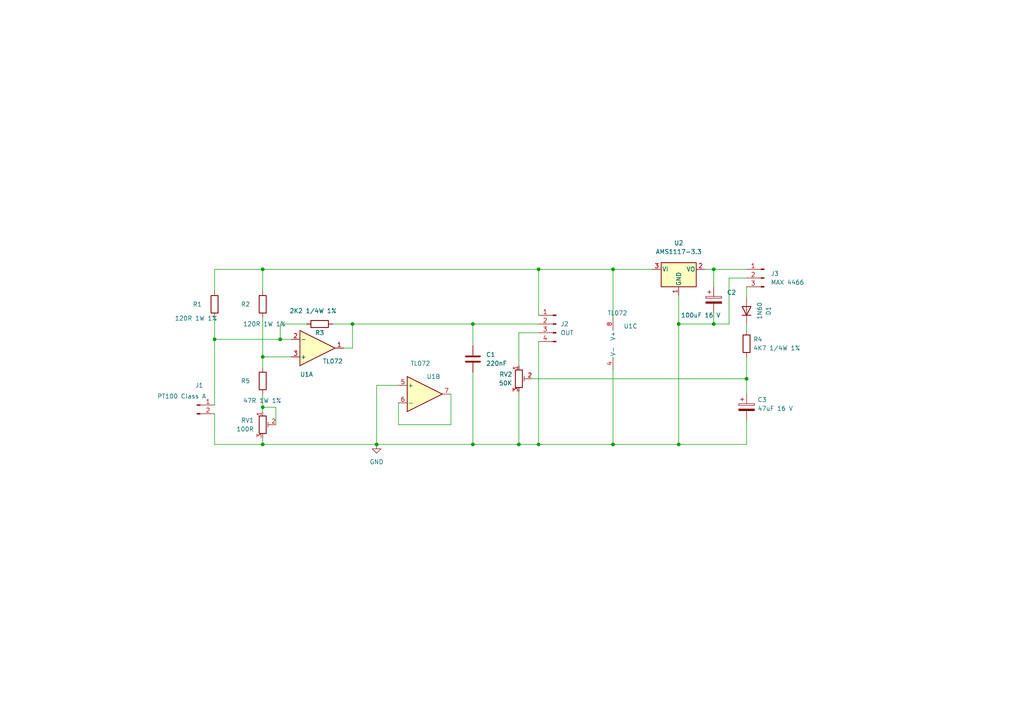
<source format=kicad_sch>
(kicad_sch (version 20231120) (generator "eeschema") (generator_version "8.0")
  (paper "A4")
  (lib_symbols
    (symbol "Amplifier_Operational:TL072" (pin_names (offset 0.127))
      (property "Reference" "U" (at 0 5.08 0))
      (property "Value" "TL072" (at 0 -5.08 0))
      (symbol "TL072_1_1"
        (polyline (pts (xy -5.08 5.08) (xy 5.08 0) (xy -5.08 -5.08) (xy -5.08 5.08)) (stroke (width 0.254)) (fill (type background)))
        (pin output line (at 7.62 0 180) (length 2.54) (name "~") (number "1"))
        (pin input line (at -7.62 -2.54 0) (length 2.54) (name "-") (number "2"))
        (pin input line (at -7.62 2.54 0) (length 2.54) (name "+") (number "3"))
      )
      (symbol "TL072_2_1"
        (polyline (pts (xy -5.08 5.08) (xy 5.08 0) (xy -5.08 -5.08) (xy -5.08 5.08)) (stroke (width 0.254)) (fill (type background)))
        (pin input line (at -7.62 2.54 0) (length 2.54) (name "+") (number "5"))
        (pin input line (at -7.62 -2.54 0) (length 2.54) (name "-") (number "6"))
        (pin output line (at 7.62 0 180) (length 2.54) (name "~") (number "7"))
      )
      (symbol "TL072_3_1"
        (pin power_in line (at -2.54 -7.62 90) (length 3.81) (name "V-") (number "4"))
        (pin power_in line (at -2.54 7.62 270) (length 3.81) (name "V+") (number "8"))
      )
    )
    (symbol "Connector:Conn_01x02_Male" (pin_names (offset 1.016) hide)
      (property "Reference" "J" (at 0 2.54 0))
      (property "Value" "Conn_01x02_Male" (at 0 -5.08 0))
      (symbol "Conn_01x02_Male_1_1"
        (polyline (pts (xy 1.27 -2.54) (xy 0.8636 -2.54)) (stroke (width 0.1524)))
        (polyline (pts (xy 1.27 0) (xy 0.8636 0)) (stroke (width 0.1524)))
        (rectangle (start 0.8636 -2.413) (end 0 -2.667) (stroke (width 0.1524)) (fill (type outline)))
        (rectangle (start 0.8636 0.127) (end 0 -0.127) (stroke (width 0.1524)) (fill (type outline)))
        (pin passive line (at 5.08 0 180) (length 3.81) (name "Pin_1") (number "1"))
        (pin passive line (at 5.08 -2.54 180) (length 3.81) (name "Pin_2") (number "2"))
      )
    )
    (symbol "Connector:Conn_01x03_Male" (pin_names (offset 1.016) hide)
      (property "Reference" "J" (at 0 5.08 0))
      (property "Value" "Conn_01x03_Male" (at 0 -5.08 0))
      (symbol "Conn_01x03_Male_1_1"
        (polyline (pts (xy 1.27 -2.54) (xy 0.8636 -2.54)) (stroke (width 0.1524)))
        (polyline (pts (xy 1.27 0) (xy 0.8636 0)) (stroke (width 0.1524)))
        (polyline (pts (xy 1.27 2.54) (xy 0.8636 2.54)) (stroke (width 0.1524)))
        (rectangle (start 0.8636 -2.413) (end 0 -2.667) (stroke (width 0.1524)) (fill (type outline)))
        (rectangle (start 0.8636 0.127) (end 0 -0.127) (stroke (width 0.1524)) (fill (type outline)))
        (rectangle (start 0.8636 2.667) (end 0 2.413) (stroke (width 0.1524)) (fill (type outline)))
        (pin passive line (at 5.08 2.54 180) (length 3.81) (name "Pin_1") (number "1"))
        (pin passive line (at 5.08 0 180) (length 3.81) (name "Pin_2") (number "2"))
        (pin passive line (at 5.08 -2.54 180) (length 3.81) (name "Pin_3") (number "3"))
      )
    )
    (symbol "Connector:Conn_01x04_Male" (pin_names (offset 1.016) hide)
      (property "Reference" "J" (at 0 5.08 0))
      (property "Value" "Conn_01x04_Male" (at 0 -7.62 0))
      (symbol "Conn_01x04_Male_1_1"
        (polyline (pts (xy 1.27 -5.08) (xy 0.8636 -5.08)) (stroke (width 0.1524)))
        (polyline (pts (xy 1.27 -2.54) (xy 0.8636 -2.54)) (stroke (width 0.1524)))
        (polyline (pts (xy 1.27 0) (xy 0.8636 0)) (stroke (width 0.1524)))
        (polyline (pts (xy 1.27 2.54) (xy 0.8636 2.54)) (stroke (width 0.1524)))
        (rectangle (start 0.8636 -4.953) (end 0 -5.207) (stroke (width 0.1524)) (fill (type outline)))
        (rectangle (start 0.8636 -2.413) (end 0 -2.667) (stroke (width 0.1524)) (fill (type outline)))
        (rectangle (start 0.8636 0.127) (end 0 -0.127) (stroke (width 0.1524)) (fill (type outline)))
        (rectangle (start 0.8636 2.667) (end 0 2.413) (stroke (width 0.1524)) (fill (type outline)))
        (pin passive line (at 5.08 2.54 180) (length 3.81) (name "Pin_1") (number "1"))
        (pin passive line (at 5.08 0 180) (length 3.81) (name "Pin_2") (number "2"))
        (pin passive line (at 5.08 -2.54 180) (length 3.81) (name "Pin_3") (number "3"))
        (pin passive line (at 5.08 -5.08 180) (length 3.81) (name "Pin_4") (number "4"))
      )
    )
    (symbol "Device:C" (pin_numbers hide) (pin_names (offset 0.254))
      (property "Reference" "C" (at 0.635 2.54 0))
      (property "Value" "C" (at 0.635 -2.54 0))
      (symbol "C_0_1"
        (polyline (pts (xy -2.032 -0.762) (xy 2.032 -0.762)) (stroke (width 0.508)))
        (polyline (pts (xy -2.032 0.762) (xy 2.032 0.762)) (stroke (width 0.508)))
      )
      (symbol "C_1_1"
        (pin passive line (at 0 3.81 270) (length 2.794) (name "~") (number "1"))
        (pin passive line (at 0 -3.81 90) (length 2.794) (name "~") (number "2"))
      )
    )
    (symbol "Device:C_Polarized" (pin_numbers hide) (pin_names (offset 0.254))
      (property "Reference" "C" (at 0.635 2.54 0))
      (property "Value" "C_Polarized" (at 0.635 -2.54 0))
      (symbol "C_Polarized_0_1"
        (rectangle (start -2.286 0.508) (end 2.286 1.016))
        (polyline (pts (xy -1.778 2.286) (xy -0.762 2.286)))
        (polyline (pts (xy -1.27 2.794) (xy -1.27 1.778)))
        (rectangle (start 2.286 -0.508) (end -2.286 -1.016) (fill (type outline)))
      )
      (symbol "C_Polarized_1_1"
        (pin passive line (at 0 3.81 270) (length 2.794) (name "~") (number "1"))
        (pin passive line (at 0 -3.81 90) (length 2.794) (name "~") (number "2"))
      )
    )
    (symbol "Device:R" (pin_numbers hide) (pin_names (offset 0))
      (property "Reference" "R" (at 2.032 0 90))
      (property "Value" "R" (at 0 0 90))
      (symbol "R_0_1"
        (rectangle (start -1.016 -2.54) (end 1.016 2.54) (stroke (width 0.254)))
      )
      (symbol "R_1_1"
        (pin passive line (at 0 3.81 270) (length 1.27) (name "~") (number "1"))
        (pin passive line (at 0 -3.81 90) (length 1.27) (name "~") (number "2"))
      )
    )
    (symbol "Device:R_Potentiometer_Trim" (pin_names (offset 1.016) hide)
      (property "Reference" "RV" (at -4.445 0 90))
      (property "Value" "R_Potentiometer_Trim" (at -2.54 0 90))
      (symbol "R_Potentiometer_Trim_0_1"
        (polyline (pts (xy 1.524 0.762) (xy 1.524 -0.762)))
        (polyline (pts (xy 2.54 0) (xy 1.524 0)))
        (rectangle (start 1.016 2.54) (end -1.016 -2.54) (stroke (width 0.254)))
      )
      (symbol "R_Potentiometer_Trim_1_1"
        (pin passive line (at 0 3.81 270) (length 1.27) (name "1") (number "1"))
        (pin passive line (at 3.81 0 180) (length 1.27) (name "2") (number "2"))
        (pin passive line (at 0 -3.81 90) (length 1.27) (name "3") (number "3"))
      )
    )
    (symbol "Diode:1N4148" (pin_numbers hide) (pin_names hide)
      (property "Reference" "D" (at 0 2.54 0))
      (property "Value" "1N4148" (at 0 -2.54 0))
      (symbol "1N4148_0_1"
        (polyline (pts (xy -1.27 1.27) (xy -1.27 -1.27)) (stroke (width 0.254)))
        (polyline (pts (xy 1.27 0) (xy -1.27 0)))
        (polyline (pts (xy 1.27 1.27) (xy 1.27 -1.27) (xy -1.27 0) (xy 1.27 1.27)) (stroke (width 0.254)))
      )
      (symbol "1N4148_1_1"
        (pin passive line (at -3.81 0 0) (length 2.54) (name "K") (number "1"))
        (pin passive line (at 3.81 0 180) (length 2.54) (name "A") (number "2"))
      )
    )
    (symbol "Regulator_Linear:AMS1117-3.3" (pin_names (offset 0.254))
      (property "Reference" "U" (at -3.81 3.175 0))
      (property "Value" "AMS1117-3.3" (at 0 3.175 0))
      (symbol "AMS1117-3.3_0_1"
        (rectangle (start -5.08 -5.08) (end 5.08 1.905) (stroke (width 0.254)) (fill (type background)))
      )
      (symbol "AMS1117-3.3_1_1"
        (pin power_in line (at 0 -7.62 90) (length 2.54) (name "GND") (number "1"))
        (pin power_out line (at 7.62 0 180) (length 2.54) (name "VO") (number "2"))
        (pin power_in line (at -7.62 0 0) (length 2.54) (name "VI") (number "3"))
      )
    )
    (symbol "power:GND" (power) (pin_names (offset 0))
      (property "Value" "GND" (at 0 -3.81 0))
      (symbol "GND_0_1"
        (polyline (pts (xy 0 0) (xy 0 -1.27) (xy 1.27 -1.27) (xy 0 -2.54) (xy -1.27 -1.27) (xy 0 -1.27)))
      )
      (symbol "GND_1_1"
        (pin power_in line (at 0 0 270) (length 0) hide (name "GND") (number "1"))
      )
    )
  )
  (junction (at 62.23 98.425))
  (junction (at 196.85 93.98))
  (junction (at 76.2 103.505))
  (junction (at 177.8 78.105))
  (junction (at 76.2 78.105))
  (junction (at 137.16 93.98))
  (junction (at 137.16 128.905))
  (junction (at 156.21 128.905))
  (junction (at 76.2 128.905))
  (junction (at 109.22 128.905))
  (junction (at 207.01 78.105))
  (junction (at 150.495 128.905))
  (junction (at 216.535 109.855))
  (junction (at 196.85 128.905))
  (junction (at 177.8 128.905))
  (junction (at 156.21 78.105))
  (junction (at 102.235 93.98))
  (junction (at 81.28 98.425))
  (junction (at 207.01 93.98))
  (junction (at 76.2 118.11))
  (wire (pts (xy 207.01 78.105) (xy 207.01 83.185)))
  (wire (pts (xy 62.23 78.105) (xy 62.23 84.455)))
  (wire (pts (xy 62.23 98.425) (xy 81.28 98.425)))
  (wire (pts (xy 76.2 78.105) (xy 156.21 78.105)))
  (wire (pts (xy 150.495 96.52) (xy 156.21 96.52)))
  (wire (pts (xy 150.495 113.665) (xy 150.495 128.905)))
  (wire (pts (xy 76.2 118.11) (xy 80.01 118.11)))
  (wire (pts (xy 109.22 111.76) (xy 109.22 128.905)))
  (wire (pts (xy 196.85 85.725) (xy 196.85 93.98)))
  (wire (pts (xy 177.8 128.905) (xy 156.21 128.905)))
  (wire (pts (xy 177.8 92.075) (xy 177.8 78.105)))
  (wire (pts (xy 76.2 127) (xy 76.2 128.905)))
  (wire (pts (xy 189.23 78.105) (xy 177.8 78.105)))
  (wire (pts (xy 76.2 103.505) (xy 76.2 106.68)))
  (wire (pts (xy 216.535 80.645) (xy 211.455 80.645)))
  (wire (pts (xy 150.495 106.045) (xy 150.495 96.52)))
  (wire (pts (xy 216.535 128.905) (xy 196.85 128.905)))
  (wire (pts (xy 207.01 93.98) (xy 196.85 93.98)))
  (wire (pts (xy 80.01 118.11) (xy 80.01 123.19)))
  (wire (pts (xy 81.28 93.98) (xy 81.28 98.425)))
  (wire (pts (xy 150.495 128.905) (xy 156.21 128.905)))
  (wire (pts (xy 137.16 100.33) (xy 137.16 93.98)))
  (wire (pts (xy 88.9 93.98) (xy 81.28 93.98)))
  (wire (pts (xy 102.235 93.98) (xy 137.16 93.98)))
  (wire (pts (xy 216.535 93.98) (xy 216.535 95.885)))
  (wire (pts (xy 137.16 93.98) (xy 156.21 93.98)))
  (wire (pts (xy 102.235 100.965) (xy 99.695 100.965)))
  (wire (pts (xy 76.2 103.505) (xy 84.455 103.505)))
  (wire (pts (xy 204.47 78.105) (xy 207.01 78.105)))
  (wire (pts (xy 62.23 128.905) (xy 76.2 128.905)))
  (wire (pts (xy 216.535 121.92) (xy 216.535 128.905)))
  (wire (pts (xy 102.235 93.98) (xy 102.235 100.965)))
  (wire (pts (xy 207.01 78.105) (xy 216.535 78.105)))
  (wire (pts (xy 216.535 83.185) (xy 216.535 86.36)))
  (wire (pts (xy 76.2 92.075) (xy 76.2 103.505)))
  (wire (pts (xy 115.57 116.84) (xy 115.57 123.19)))
  (wire (pts (xy 62.23 98.425) (xy 62.23 117.475)))
  (wire (pts (xy 211.455 93.98) (xy 207.01 93.98)))
  (wire (pts (xy 156.21 78.105) (xy 156.21 91.44)))
  (wire (pts (xy 76.2 78.105) (xy 76.2 84.455)))
  (wire (pts (xy 177.8 78.105) (xy 156.21 78.105)))
  (wire (pts (xy 109.22 128.905) (xy 137.16 128.905)))
  (wire (pts (xy 76.2 114.3) (xy 76.2 118.11)))
  (wire (pts (xy 109.22 111.76) (xy 115.57 111.76)))
  (wire (pts (xy 62.23 78.105) (xy 76.2 78.105)))
  (wire (pts (xy 177.8 107.315) (xy 177.8 128.905)))
  (wire (pts (xy 196.85 128.905) (xy 177.8 128.905)))
  (wire (pts (xy 207.01 90.805) (xy 207.01 93.98)))
  (wire (pts (xy 137.16 107.95) (xy 137.16 128.905)))
  (wire (pts (xy 96.52 93.98) (xy 102.235 93.98)))
  (wire (pts (xy 76.2 128.905) (xy 109.22 128.905)))
  (wire (pts (xy 211.455 80.645) (xy 211.455 93.98)))
  (wire (pts (xy 137.16 128.905) (xy 150.495 128.905)))
  (wire (pts (xy 156.21 99.06) (xy 156.21 128.905)))
  (wire (pts (xy 76.2 118.11) (xy 76.2 119.38)))
  (wire (pts (xy 216.535 109.855) (xy 216.535 114.3)))
  (wire (pts (xy 115.57 123.19) (xy 130.81 123.19)))
  (wire (pts (xy 81.28 98.425) (xy 84.455 98.425)))
  (wire (pts (xy 196.85 93.98) (xy 196.85 128.905)))
  (wire (pts (xy 62.23 120.015) (xy 62.23 128.905)))
  (wire (pts (xy 216.535 109.855) (xy 154.305 109.855)))
  (wire (pts (xy 216.535 103.505) (xy 216.535 109.855)))
  (wire (pts (xy 62.23 92.075) (xy 62.23 98.425)))
  (wire (pts (xy 130.81 123.19) (xy 130.81 114.3)))
  (symbol (lib_id "power:GND") (at 109.22 128.905 0) (unit 1)
    (property "Reference" "#PWR01" (effects (hide yes)))
    (property "Value" "GND" (at 109.22 133.985 0))
  )
  (symbol (lib_id "Amplifier_Operational:TL072") (at 123.19 114.3 0) (unit 2)
    (property "Reference" "U1" (at 125.73 109.22 0))
    (property "Value" "TL072" (at 121.92 105.41 0))
    (property "Footprint" "Package_DIP:DIP-8_W7.62mm_LongPads" (effects (hide yes)))
    (property "Datasheet" "http://www.ti.com/lit/ds/symlink/tl071.pdf" (effects (hide yes)))
  )
  (symbol (lib_id "Device:R_Potentiometer_Trim") (at 76.2 123.19 0) (unit 1)
    (property "Reference" "RV1" (at 73.66 121.9199 0) (effects (justify right)))
    (property "Value" "100R" (at 73.66 124.4599 0) (effects (justify right)))
    (property "Footprint" "Connector_PinHeader_2.54mm:PinHeader_1x03_P2.54mm_Vertical" (effects (hide yes)))
  )
  (symbol (lib_id "Connector:Conn_01x03_Male") (at 221.615 80.645 0) (mirror y) (unit 1)
    (property "Reference" "J3" (at 223.52 79.3749 0) (effects (justify right)))
    (property "Value" "MAX 4466" (at 223.52 81.9149 0) (effects (justify right)))
    (property "Footprint" "Connector_PinSocket_2.54mm:PinSocket_1x03_P2.54mm_Vertical" (effects (hide yes)))
  )
  (symbol (lib_id "Device:C_Polarized") (at 207.01 86.995 0) (unit 1)
    (property "Reference" "C2" (at 210.82 84.8359 0) (effects (justify left)))
    (property "Value" "100uF 16 V" (at 197.485 91.44 0) (effects (justify left)))
    (property "Footprint" "Capacitor_THT:CP_Radial_D5.0mm_P2.50mm" (effects (hide yes)))
  )
  (symbol (lib_id "Amplifier_Operational:TL072") (at 92.075 100.965 0) (mirror x) (unit 1)
    (property "Reference" "U1" (at 88.9 108.585 0))
    (property "Value" "TL072" (at 96.52 104.775 0))
    (property "Footprint" "Package_DIP:DIP-8_W7.62mm_LongPads" (effects (hide yes)))
    (property "Datasheet" "http://www.ti.com/lit/ds/symlink/tl071.pdf" (effects (hide yes)))
  )
  (symbol (lib_id "Device:R") (at 62.23 88.265 0) (unit 1)
    (property "Reference" "R1" (at 55.88 88.265 0) (effects (justify left)))
    (property "Value" "120R 1W 1%" (at 50.673 92.329 0) (effects (justify left)))
    (property "Footprint" "Resistor_THT:R_Axial_DIN0309_L9.0mm_D3.2mm_P12.70mm_Horizontal" (effects (hide yes)))
  )
  (symbol (lib_id "Amplifier_Operational:TL072") (at 180.34 99.695 0) (unit 3)
    (property "Reference" "U1" (at 182.88 94.615 0))
    (property "Value" "TL072" (at 179.07 90.805 0))
    (property "Footprint" "Package_DIP:DIP-8_W7.62mm_LongPads" (effects (hide yes)))
    (property "Datasheet" "http://www.ti.com/lit/ds/symlink/tl071.pdf" (effects (hide yes)))
  )
  (symbol (lib_id "Regulator_Linear:AMS1117-3.3") (at 196.85 78.105 0) (unit 1)
    (property "Reference" "U2" (at 196.85 70.485 0))
    (property "Value" "AMS1117-3.3" (at 196.85 73.025 0))
    (property "Footprint" "Package_TO_SOT_SMD:SOT-223-3_TabPin2" (effects (hide yes)))
    (property "Datasheet" "http://www.advanced-monolithic.com/pdf/ds1117.pdf" (effects (hide yes)))
  )
  (symbol (lib_id "Device:R") (at 76.2 110.49 0) (unit 1)
    (property "Reference" "R5" (at 69.85 110.49 0) (effects (justify left)))
    (property "Value" "47R 1W 1%" (at 70.485 116.205 0) (effects (justify left)))
    (property "Footprint" "Resistor_THT:R_Axial_DIN0309_L9.0mm_D3.2mm_P12.70mm_Horizontal" (effects (hide yes)))
  )
  (symbol (lib_id "Device:C_Polarized") (at 216.535 118.11 0) (unit 1)
    (property "Reference" "C3" (at 219.71 115.9509 0) (effects (justify left)))
    (property "Value" "47uF 16 V" (at 219.71 118.4909 0) (effects (justify left)))
    (property "Footprint" "Capacitor_THT:CP_Radial_D5.0mm_P2.50mm" (effects (hide yes)))
  )
  (symbol (lib_id "Connector:Conn_01x04_Male") (at 161.29 93.98 0) (mirror y) (unit 1)
    (property "Reference" "J2" (at 162.56 93.9799 0) (effects (justify right)))
    (property "Value" "OUT" (at 162.56 96.5199 0) (effects (justify right)))
    (property "Footprint" "Connector_PinHeader_2.54mm:PinHeader_1x04_P2.54mm_Vertical" (effects (hide yes)))
  )
  (symbol (lib_id "Device:R") (at 216.535 99.695 0) (unit 1)
    (property "Reference" "R4" (at 218.44 98.4249 0) (effects (justify left)))
    (property "Value" "4K7 1/4W 1%" (at 218.44 100.9649 0) (effects (justify left)))
    (property "Footprint" "Resistor_THT:R_Axial_DIN0207_L6.3mm_D2.5mm_P10.16mm_HorBigPad" (effects (hide yes)))
  )
  (symbol (lib_id "Diode:1N4148") (at 216.535 90.17 90) (unit 1)
    (property "Reference" "D1" (at 222.885 90.17 0))
    (property "Value" "1N60" (at 220.345 90.17 0))
    (property "Footprint" "Diode_THT:D_DO-35_SOD27_P7.62mm_Horizontal" (effects (hide yes)))
    (property "Datasheet" "https://assets.nexperia.com/documents/data-sheet/1N4148_1N4448.pdf" (effects (hide yes)))
  )
  (symbol (lib_id "Device:R_Potentiometer_Trim") (at 150.495 109.855 0) (unit 1)
    (property "Reference" "RV2" (at 148.59 108.5849 0) (effects (justify right)))
    (property "Value" "50K" (at 148.59 111.125 0) (effects (justify right)))
    (property "Footprint" "Connector_PinHeader_2.54mm:PinHeader_1x03_P2.54mm_Vertical" (effects (hide yes)))
  )
  (symbol (lib_id "Device:C") (at 137.16 104.14 0) (unit 1)
    (property "Reference" "C1" (at 140.97 102.8699 0) (effects (justify left)))
    (property "Value" "220nF" (at 140.97 105.4099 0) (effects (justify left)))
    (property "Footprint" "Capacitor_THT:C_Rect_L9.0mm_W3.3mm_P7.50mm_MKT" (effects (hide yes)))
  )
  (symbol (lib_id "Device:R") (at 76.2 88.265 0) (unit 1)
    (property "Reference" "R2" (at 69.85 88.265 0) (effects (justify left)))
    (property "Value" "120R 1W 1%" (at 70.485 93.98 0) (effects (justify left)))
    (property "Footprint" "Resistor_THT:R_Axial_DIN0309_L9.0mm_D3.2mm_P12.70mm_Horizontal" (effects (hide yes)))
  )
  (symbol (lib_id "Connector:Conn_01x02_Male") (at 57.15 117.475 0) (unit 1)
    (property "Reference" "J1" (at 57.785 111.76 0))
    (property "Value" "PT100 Class A" (at 52.705 114.935 0))
    (property "Footprint" "Connector_PinSocket_2.54mm:PinSocket_1x02_P2.54mm_Vertical" (effects (hide yes)))
  )
  (symbol (lib_id "Device:R") (at 92.71 93.98 270) (unit 1)
    (property "Reference" "R3" (at 92.71 96.52 90))
    (property "Value" "2K2 1/4W 1%" (at 90.805 90.17 90))
    (property "Footprint" "Resistor_THT:R_Axial_DIN0207_L6.3mm_D2.5mm_P10.16mm_HorBigPad" (effects (hide yes)))
  )
)
</source>
